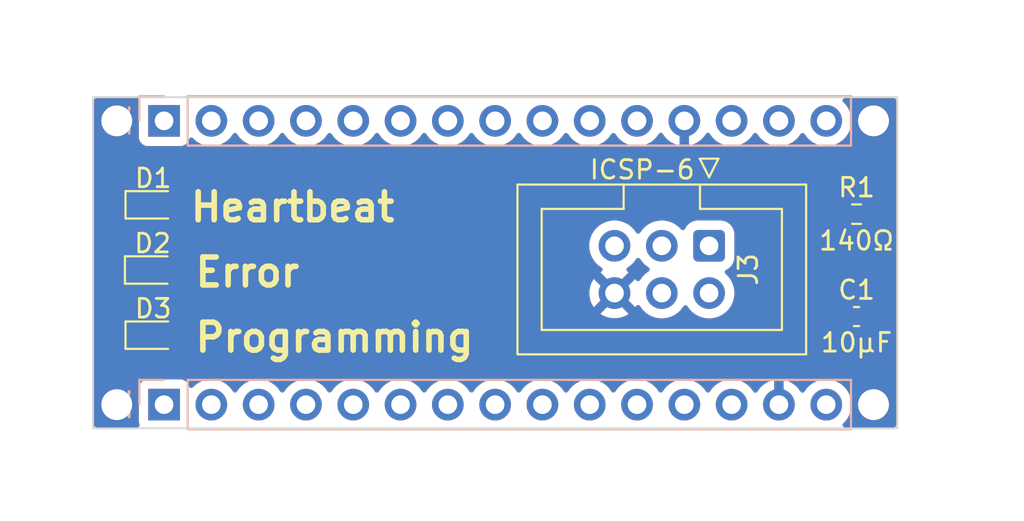
<source format=kicad_pcb>
(kicad_pcb (version 20241229) (generator "pcbnew") (generator_version "9.0")
  (title_block (date "sam. 04 avril 2015"))
  (layers (0 "F.Cu" signal) (2 "B.Cu" signal) (13 "F.Paste" user) (15 "B.Paste" user) (5 "F.SilkS" user "F.Silkscreen") (7 "B.SilkS" user "B.Silkscreen") (1 "F.Mask" user) (3 "B.Mask" user) (25 "Edge.Cuts" user))
  (net 0 "")
  (net 1 "GND")
  (net 2 "/~{RESET}")
  (net 3 "VCC")
  (net 4 "/*D6")
  (net 5 "/*D5")
  (net 6 "/D4")
  (net 7 "+5V")
  (net 8 "/A3")
  (net 9 "/A2")
  (net 10 "/A1")
  (net 11 "/A0")
  (net 12 "/AREF")
  (net 13 "/D0{slash}RX")
  (net 14 "/D1{slash}TX")
  (net 15 "+3V3")
  (net 16 "/A7")
  (net 17 "/A6")
  (net 18 "/A5{slash}SCL")
  (net 19 "/A4{slash}SDA")
  (net 20 "/D2")
  (net 21 "/*D3")
  (net 22 "reset")
  (net 23 "sck")
  (net 24 "mosi")
  (net 25 "heartbeat")
  (net 26 "Net-(D1-K)")
  (net 27 "error")
  (net 28 "programming")
  (net 29 "miso")
  (footprint "Arduino_MountingHole:MountingHole_65mil" (layer "F.Cu") (at 101.27 83.49)
    (property "Reference" "MH2" (hide yes))
    (property "Value" "MountingHole_65mil" (hide yes))
    (pad "" np_thru_hole circle (at 0 0) (size 1.651 1.651) (drill 1.651) (layers "*.Cu" "*.Mask"))
  )
  (footprint "Resistor_SMD:R_0603_1608Metric" (layer "F.Cu") (at 141 88.5)
    (property "Reference" "R1" (at 0 -1.43 0) (layer "F.SilkS"))
    (property "Value" "140Ω" (at 0 1.43 0) (layer "F.SilkS"))
    (fp_line (start -0.237258 -0.5225) (end 0.237258 -0.5225) (stroke (width 0.12)) (layer "F.SilkS"))
    (fp_line (start -0.237258 0.5225) (end 0.237258 0.5225) (stroke (width 0.12)) (layer "F.SilkS"))
    (pad "1" smd roundrect (at -0.825 0) (size 0.8 0.95) (layers "F.Cu" "F.Mask" "F.Paste") (net 26 "Net-(D1-K)"))
    (pad "2" smd roundrect (at 0.825 0) (size 0.8 0.95) (layers "F.Cu" "F.Mask" "F.Paste") (net 1 "GND"))
  )
  (footprint "Capacitor_SMD:C_0603_1608Metric" (layer "F.Cu") (at 141 94)
    (property "Reference" "C1" (at 0 -1.43 0) (layer "F.SilkS"))
    (property "Value" "10µF" (at 0 1.4 0) (layer "F.SilkS"))
    (fp_line (start -0.14058 -0.51) (end 0.14058 -0.51) (stroke (width 0.12)) (layer "F.SilkS"))
    (fp_line (start -0.14058 0.51) (end 0.14058 0.51) (stroke (width 0.12)) (layer "F.SilkS"))
    (pad "1" smd roundrect (at -0.775 0) (size 0.9 0.95) (layers "F.Cu" "F.Mask" "F.Paste") (net 2 "/~{RESET}"))
    (pad "2" smd roundrect (at 0.775 0) (size 0.9 0.95) (layers "F.Cu" "F.Mask" "F.Paste") (net 1 "GND"))
  )
  (footprint "Arduino_MountingHole:MountingHole_65mil" (layer "F.Cu") (at 141.91 98.73)
    (property "Reference" "MH4" (hide yes))
    (property "Value" "MountingHole_65mil" (hide yes))
    (pad "" np_thru_hole circle (at 0 0) (size 1.651 1.651) (drill 1.651) (layers "*.Cu" "*.Mask"))
  )
  (footprint "LED_SMD:LED_0603_1608Metric" (layer "F.Cu") (at 103.225 95)
    (property "Reference" "D3" (at 0 -1.43 0) (layer "F.SilkS"))
    (property "Value" "LED")
    (fp_line (start -1.485 -0.735) (end -1.485 0.735) (stroke (width 0.12)) (layer "F.SilkS"))
    (fp_line (start -1.485 0.735) (end 0.8 0.735) (stroke (width 0.12)) (layer "F.SilkS"))
    (fp_line (start 0.8 -0.735) (end -1.485 -0.735) (stroke (width 0.12)) (layer "F.SilkS"))
    (pad "1" smd roundrect (at -0.7875 0) (size 0.875 0.95) (layers "F.Cu" "F.Mask" "F.Paste") (net 26 "Net-(D1-K)"))
    (pad "2" smd roundrect (at 0.7875 0) (size 0.875 0.95) (layers "F.Cu" "F.Mask" "F.Paste") (net 28 "programming"))
  )
  (footprint "CustomLibrary:IDC-Header_2x03_P2.54mm_Vertical-ICSP-6" (layer "F.Cu") (at 133.08 90.2 -90)
    (property "Reference" "J3" (at 1.27 -2.1 270) (layer "F.SilkS"))
    (property "Value" "AVR-ISP-6")
    (fp_line (start -3.29 10.29) (end -3.29 -5.21) (stroke (width 0.12)) (layer "F.SilkS"))
    (fp_line (start 5.83 10.29) (end -3.29 10.29) (stroke (width 0.12)) (layer "F.SilkS"))
    (fp_line (start -1.98 8.99) (end -1.98 4.59) (stroke (width 0.12)) (layer "F.SilkS"))
    (fp_line (start 4.52 8.99) (end -1.98 8.99) (stroke (width 0.12)) (layer "F.SilkS"))
    (fp_line (start -1.98 4.59) (end -3.29 4.59) (stroke (width 0.12)) (layer "F.SilkS"))
    (fp_line (start -1.98 4.59) (end -1.98 4.59) (stroke (width 0.12)) (layer "F.SilkS"))
    (fp_line (start -4.68 0.5) (end -3.68 0) (stroke (width 0.12)) (layer "F.SilkS"))
    (fp_line (start -3.29 0.49) (end -1.98 0.49) (stroke (width 0.12)) (layer "F.SilkS"))
    (fp_line (start -1.98 0.49) (end -1.98 -3.91) (stroke (width 0.12)) (layer "F.SilkS"))
    (fp_line (start -3.68 0) (end -4.68 -0.5) (stroke (width 0.12)) (layer "F.SilkS"))
    (fp_line (start -4.68 -0.5) (end -4.68 0.5) (stroke (width 0.12)) (layer "F.SilkS"))
    (fp_line (start -1.98 -3.91) (end 4.52 -3.91) (stroke (width 0.12)) (layer "F.SilkS"))
    (fp_line (start 4.52 -3.91) (end 4.52 8.99) (stroke (width 0.12)) (layer "F.SilkS"))
    (fp_line (start -3.29 -5.21) (end 5.83 -5.21) (stroke (width 0.12)) (layer "F.SilkS"))
    (fp_line (start 5.83 -5.21) (end 5.83 10.29) (stroke (width 0.12)) (layer "F.SilkS"))
    (fp_text user "ICSP-6" (at -3.5 6.5 0) (layer "F.SilkS") (effects (justify left bottom)))
    (pad "1" thru_hole roundrect (at 0 0 270) (size 1.7 1.7) (drill 1) (layers "*.Cu" "*.Mask") (roundrect_rratio 0.147059) (net 29 "miso"))
    (pad "2" thru_hole circle (at 2.54 0 270) (size 1.7 1.7) (drill 1) (layers "*.Cu" "*.Mask") (net 3 "VCC"))
    (pad "3" thru_hole circle (at 0 2.54 270) (size 1.7 1.7) (drill 1) (layers "*.Cu" "*.Mask") (net 23 "sck"))
    (pad "4" thru_hole circle (at 2.54 2.54 270) (size 1.7 1.7) (drill 1) (layers "*.Cu" "*.Mask") (net 24 "mosi"))
    (pad "5" thru_hole circle (at 0 5.08 270) (size 1.7 1.7) (drill 1) (layers "*.Cu" "*.Mask") (net 22 "reset"))
    (pad "6" thru_hole circle (at 2.54 5.08 270) (size 1.7 1.7) (drill 1) (layers "*.Cu" "*.Mask") (net 1 "GND"))
  )
  (footprint "Arduino_MountingHole:MountingHole_65mil" (layer "F.Cu") (at 101.27 98.73)
    (property "Reference" "MH1" (hide yes))
    (property "Value" "MountingHole_65mil" (hide yes))
    (pad "" np_thru_hole circle (at 0 0) (size 1.651 1.651) (drill 1.651) (layers "*.Cu" "*.Mask"))
  )
  (footprint "LED_SMD:LED_0603_1608Metric" (layer "F.Cu") (at 103.195 91.5)
    (property "Reference" "D2" (at 0 -1.43 0) (layer "F.SilkS"))
    (property "Value" "LED")
    (fp_line (start -1.485 -0.735) (end -1.485 0.735) (stroke (width 0.12)) (layer "F.SilkS"))
    (fp_line (start -1.485 0.735) (end 0.8 0.735) (stroke (width 0.12)) (layer "F.SilkS"))
    (fp_line (start 0.8 -0.735) (end -1.485 -0.735) (stroke (width 0.12)) (layer "F.SilkS"))
    (pad "1" smd roundrect (at -0.7875 0) (size 0.875 0.95) (layers "F.Cu" "F.Mask" "F.Paste") (net 26 "Net-(D1-K)"))
    (pad "2" smd roundrect (at 0.7875 0) (size 0.875 0.95) (layers "F.Cu" "F.Mask" "F.Paste") (net 27 "error"))
  )
  (footprint "Arduino_MountingHole:MountingHole_65mil" (layer "F.Cu") (at 141.91 83.49)
    (property "Reference" "MH3" (hide yes))
    (property "Value" "MountingHole_65mil" (hide yes))
    (pad "" np_thru_hole circle (at 0 0) (size 1.651 1.651) (drill 1.651) (layers "*.Cu" "*.Mask"))
  )
  (footprint "LED_SMD:LED_0603_1608Metric" (layer "F.Cu") (at 103.225 88)
    (property "Reference" "D1" (at 0 -1.43 0) (layer "F.SilkS"))
    (property "Value" "LED")
    (fp_line (start -1.485 -0.735) (end -1.485 0.735) (stroke (width 0.12)) (layer "F.SilkS"))
    (fp_line (start -1.485 0.735) (end 0.8 0.735) (stroke (width 0.12)) (layer "F.SilkS"))
    (fp_line (start 0.8 -0.735) (end -1.485 -0.735) (stroke (width 0.12)) (layer "F.SilkS"))
    (pad "1" smd roundrect (at -0.7875 0) (size 0.875 0.95) (layers "F.Cu" "F.Mask" "F.Paste") (net 26 "Net-(D1-K)"))
    (pad "2" smd roundrect (at 0.7875 0) (size 0.875 0.95) (layers "F.Cu" "F.Mask" "F.Paste") (net 25 "heartbeat"))
  )
  (footprint "Connector_PinHeader_2.54mm:PinHeader_1x15_P2.54mm_Vertical" (layer "B.Cu") (at 103.81 98.73 -90)
    (property "Reference" "J1" (at 0 2.33 90) (layer "B.SilkS") (effects (justify mirror)))
    (property "Value" "Analog")
    (fp_line (start -1.33 1.33) (end 0 1.33) (stroke (width 0.12)) (layer "B.SilkS"))
    (fp_line (start -1.33 0) (end -1.33 1.33) (stroke (width 0.12)) (layer "B.SilkS"))
    (fp_line (start -1.33 -1.27) (end 1.33 -1.27) (stroke (width 0.12)) (layer "B.SilkS"))
    (fp_line (start -1.33 -1.27) (end -1.33 -36.89) (stroke (width 0.12)) (layer "B.SilkS"))
    (fp_line (start 1.33 -1.27) (end 1.33 -36.89) (stroke (width 0.12)) (layer "B.SilkS"))
    (fp_line (start -1.33 -36.89) (end 1.33 -36.89) (stroke (width 0.12)) (layer "B.SilkS"))
    (pad "1" thru_hole rect (at 0 0 270) (size 1.7 1.7) (drill 1) (layers "*.Cu" "*.Mask") (net 23 "sck"))
    (pad "2" thru_hole oval (at 0 -2.54 270) (size 1.7 1.7) (drill 1) (layers "*.Cu" "*.Mask") (net 15 "+3V3"))
    (pad "3" thru_hole oval (at 0 -5.08 270) (size 1.7 1.7) (drill 1) (layers "*.Cu" "*.Mask") (net 12 "/AREF"))
    (pad "4" thru_hole oval (at 0 -7.62 270) (size 1.7 1.7) (drill 1) (layers "*.Cu" "*.Mask") (net 11 "/A0"))
    (pad "5" thru_hole oval (at 0 -10.16 270) (size 1.7 1.7) (drill 1) (layers "*.Cu" "*.Mask") (net 10 "/A1"))
    (pad "6" thru_hole oval (at 0 -12.7 270) (size 1.7 1.7) (drill 1) (layers "*.Cu" "*.Mask") (net 9 "/A2"))
    (pad "7" thru_hole oval (at 0 -15.24 270) (size 1.7 1.7) (drill 1) (layers "*.Cu" "*.Mask") (net 8 "/A3"))
    (pad "8" thru_hole oval (at 0 -17.78 270) (size 1.7 1.7) (drill 1) (layers "*.Cu" "*.Mask") (net 19 "/A4{slash}SDA"))
    (pad "9" thru_hole oval (at 0 -20.32 270) (size 1.7 1.7) (drill 1) (layers "*.Cu" "*.Mask") (net 18 "/A5{slash}SCL"))
    (pad "10" thru_hole oval (at 0 -22.86 270) (size 1.7 1.7) (drill 1) (layers "*.Cu" "*.Mask") (net 17 "/A6"))
    (pad "11" thru_hole oval (at 0 -25.4 270) (size 1.7 1.7) (drill 1) (layers "*.Cu" "*.Mask") (net 16 "/A7"))
    (pad "12" thru_hole oval (at 0 -27.94 270) (size 1.7 1.7) (drill 1) (layers "*.Cu" "*.Mask") (net 7 "+5V"))
    (pad "13" thru_hole oval (at 0 -30.48 270) (size 1.7 1.7) (drill 1) (layers "*.Cu" "*.Mask") (net 2 "/~{RESET}"))
    (pad "14" thru_hole oval (at 0 -33.02 270) (size 1.7 1.7) (drill 1) (layers "*.Cu" "*.Mask") (net 1 "GND"))
    (pad "15" thru_hole oval (at 0 -35.56 270) (size 1.7 1.7) (drill 1) (layers "*.Cu" "*.Mask") (net 3 "VCC"))
  )
  (footprint "Connector_PinHeader_2.54mm:PinHeader_1x15_P2.54mm_Vertical" (layer "B.Cu") (at 103.81 83.49 -90)
    (property "Reference" "J2" (at 0 2.33 90) (layer "B.SilkS") (effects (justify mirror)))
    (property "Value" "Digital")
    (fp_line (start -1.33 1.33) (end 0 1.33) (stroke (width 0.12)) (layer "B.SilkS"))
    (fp_line (start -1.33 0) (end -1.33 1.33) (stroke (width 0.12)) (layer "B.SilkS"))
    (fp_line (start -1.33 -1.27) (end 1.33 -1.27) (stroke (width 0.12)) (layer "B.SilkS"))
    (fp_line (start -1.33 -1.27) (end -1.33 -36.89) (stroke (width 0.12)) (layer "B.SilkS"))
    (fp_line (start 1.33 -1.27) (end 1.33 -36.89) (stroke (width 0.12)) (layer "B.SilkS"))
    (fp_line (start -1.33 -36.89) (end 1.33 -36.89) (stroke (width 0.12)) (layer "B.SilkS"))
    (pad "1" thru_hole rect (at 0 0 270) (size 1.7 1.7) (drill 1) (layers "*.Cu" "*.Mask") (net 29 "miso"))
    (pad "2" thru_hole oval (at 0 -2.54 270) (size 1.7 1.7) (drill 1) (layers "*.Cu" "*.Mask") (net 24 "mosi"))
    (pad "3" thru_hole oval (at 0 -5.08 270) (size 1.7 1.7) (drill 1) (layers "*.Cu" "*.Mask") (net 22 "reset"))
    (pad "4" thru_hole oval (at 0 -7.62 270) (size 1.7 1.7) (drill 1) (layers "*.Cu" "*.Mask") (net 25 "heartbeat"))
    (pad "5" thru_hole oval (at 0 -10.16 270) (size 1.7 1.7) (drill 1) (layers "*.Cu" "*.Mask") (net 27 "error"))
    (pad "6" thru_hole oval (at 0 -12.7 270) (size 1.7 1.7) (drill 1) (layers "*.Cu" "*.Mask") (net 28 "programming"))
    (pad "7" thru_hole oval (at 0 -15.24 270) (size 1.7 1.7) (drill 1) (layers "*.Cu" "*.Mask") (net 4 "/*D6"))
    (pad "8" thru_hole oval (at 0 -17.78 270) (size 1.7 1.7) (drill 1) (layers "*.Cu" "*.Mask") (net 5 "/*D5"))
    (pad "9" thru_hole oval (at 0 -20.32 270) (size 1.7 1.7) (drill 1) (layers "*.Cu" "*.Mask") (net 6 "/D4"))
    (pad "10" thru_hole oval (at 0 -22.86 270) (size 1.7 1.7) (drill 1) (layers "*.Cu" "*.Mask") (net 21 "/*D3"))
    (pad "11" thru_hole oval (at 0 -25.4 270) (size 1.7 1.7) (drill 1) (layers "*.Cu" "*.Mask") (net 20 "/D2"))
    (pad "12" thru_hole oval (at 0 -27.94 270) (size 1.7 1.7) (drill 1) (layers "*.Cu" "*.Mask") (net 1 "GND"))
    (pad "13" thru_hole oval (at 0 -30.48 270) (size 1.7 1.7) (drill 1) (layers "*.Cu" "*.Mask") (net 2 "/~{RESET}"))
    (pad "14" thru_hole oval (at 0 -33.02 270) (size 1.7 1.7) (drill 1) (layers "*.Cu" "*.Mask") (net 13 "/D0{slash}RX"))
    (pad "15" thru_hole oval (at 0 -35.56 270) (size 1.7 1.7) (drill 1) (layers "*.Cu" "*.Mask") (net 14 "/D1{slash}TX"))
  )
  (gr_rect (start 100 82.22) (end 143.18 100) (stroke (width 0.1)) (fill no) (layer "Edge.Cuts"))
  (gr_text "Error" (at 105.34 92.5 0) (layer "F.SilkS") (effects (font (size 1.5 1.5) (thickness 0.3) (bold yes)) (justify left bottom)))
  (gr_text "Heartbeat" (at 105.09 89 0) (layer "F.SilkS") (effects (font (size 1.5 1.5) (thickness 0.3) (bold yes)) (justify left bottom)))
  (gr_text "Programming" (at 105.34 96 0) (layer "F.SilkS") (effects (font (size 1.5 1.5) (thickness 0.3) (bold yes)) (justify left bottom)))
  (zone (net 1) (net_name "GND") (layers "F.Cu" "B.Cu") (connect_pads (clearance 0.508)) (min_thickness 0.25) (fill yes (thermal_gap 0.5) (thermal_bridge_width 0.5))
    (polygon (pts (xy 95 77) (xy 150 77) (xy 150 105) (xy 95 105)))
  )
)
</source>
